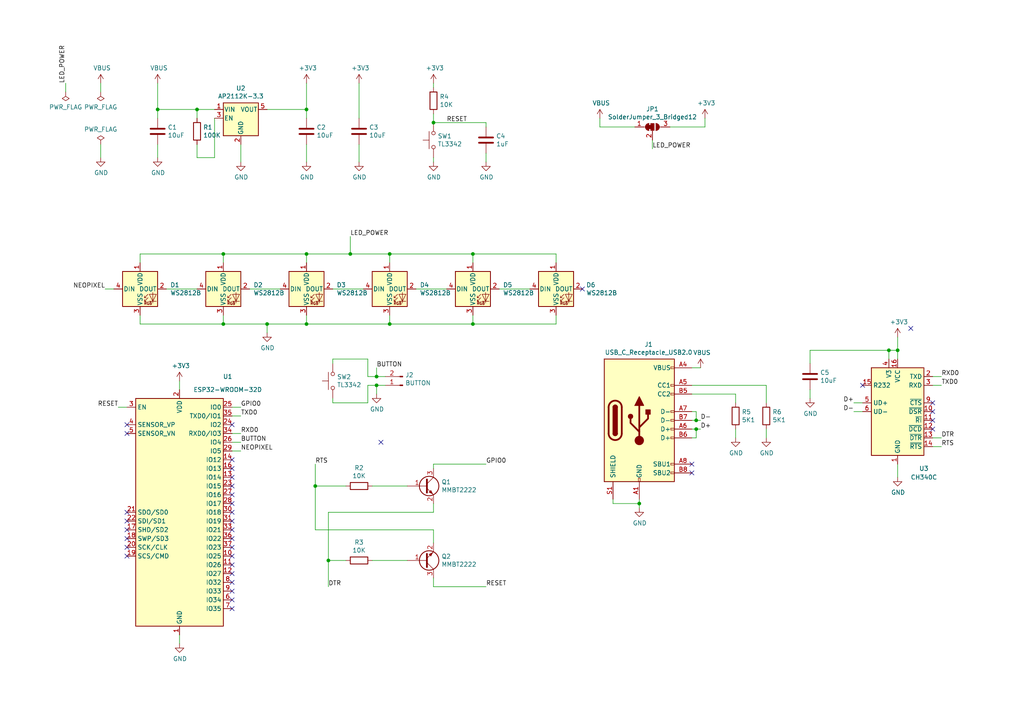
<source format=kicad_sch>
(kicad_sch (version 20211123) (generator eeschema)
  (paper "A4")
  (title_block (title "SmartishNight") (date "2020-11-03") (rev "1.2"))
  (lib_symbols
    (symbol "Connector:Conn_01x02_Male" (pin_names (offset 1.016) hide)
      (property "Reference" "J" (at 0 2.54 0))
      (property "Value" "Conn_01x02_Male" (at 0 -5.08 0))
      (symbol "Conn_01x02_Male_1_1"
        (polyline (pts (xy 1.27 -2.54) (xy 0.8636 -2.54)) (stroke (width 0.1524)))
        (polyline (pts (xy 1.27 0) (xy 0.8636 0)) (stroke (width 0.1524)))
        (rectangle (start 0.8636 -2.413) (end 0 -2.667) (stroke (width 0.1524)) (fill (type outline)))
        (rectangle (start 0.8636 0.127) (end 0 -0.127) (stroke (width 0.1524)) (fill (type outline)))
        (pin passive line (at 5.08 0 180) (length 3.81) (name "Pin_1") (number "1"))
        (pin passive line (at 5.08 -2.54 180) (length 3.81) (name "Pin_2") (number "2"))
      )
    )
    (symbol "Connector:USB_C_Receptacle_USB2.0" (pin_names (offset 1.016))
      (property "Reference" "J" (at -10.16 19.05 0))
      (property "Value" "USB_C_Receptacle_USB2.0" (at 19.05 19.05 0))
      (symbol "USB_C_Receptacle_USB2.0_0_0"
        (rectangle (start -0.254 -17.78) (end 0.254 -16.764))
        (rectangle (start 10.16 -14.986) (end 9.144 -15.494))
        (rectangle (start 10.16 -12.446) (end 9.144 -12.954))
        (rectangle (start 10.16 -4.826) (end 9.144 -5.334))
        (rectangle (start 10.16 -2.286) (end 9.144 -2.794))
        (rectangle (start 10.16 0.254) (end 9.144 -0.254))
        (rectangle (start 10.16 2.794) (end 9.144 2.286))
        (rectangle (start 10.16 7.874) (end 9.144 7.366))
        (rectangle (start 10.16 10.414) (end 9.144 9.906))
        (rectangle (start 10.16 15.494) (end 9.144 14.986))
      )
      (symbol "USB_C_Receptacle_USB2.0_0_1"
        (rectangle (start -10.16 17.78) (end 10.16 -17.78) (stroke (width 0.254)) (fill (type background)))
        (arc (start -8.89 -3.81) (mid -6.985 -5.715) (end -5.08 -3.81) (stroke (width 0.508)))
        (arc (start -7.62 -3.81) (mid -6.985 -4.445) (end -6.35 -3.81) (stroke (width 0.254)))
        (arc (start -7.62 -3.81) (mid -6.985 -4.445) (end -6.35 -3.81) (stroke (width 0.254)) (fill (type outline)))
        (rectangle (start -7.62 -3.81) (end -6.35 3.81) (stroke (width 0.254)) (fill (type outline)))
        (arc (start -6.35 3.81) (mid -6.985 4.445) (end -7.62 3.81) (stroke (width 0.254)))
        (arc (start -6.35 3.81) (mid -6.985 4.445) (end -7.62 3.81) (stroke (width 0.254)) (fill (type outline)))
        (arc (start -5.08 3.81) (mid -6.985 5.715) (end -8.89 3.81) (stroke (width 0.508)))
        (circle (center -2.54 1.143) (radius 0.635) (stroke (width 0.254)) (fill (type outline)))
        (circle (center 0 -5.842) (radius 1.27) (fill (type outline)))
        (polyline (pts (xy -8.89 -3.81) (xy -8.89 3.81)) (stroke (width 0.508)))
        (polyline (pts (xy -5.08 3.81) (xy -5.08 -3.81)) (stroke (width 0.508)))
        (polyline (pts (xy 0 -5.842) (xy 0 4.318)) (stroke (width 0.508)))
        (polyline (pts (xy 0 -3.302) (xy -2.54 -0.762) (xy -2.54 0.508)) (stroke (width 0.508)))
        (polyline (pts (xy 0 -2.032) (xy 2.54 0.508) (xy 2.54 1.778)) (stroke (width 0.508)))
        (polyline (pts (xy -1.27 4.318) (xy 0 6.858) (xy 1.27 4.318) (xy -1.27 4.318)) (stroke (width 0.254)) (fill (type outline)))
        (rectangle (start 1.905 1.778) (end 3.175 3.048) (stroke (width 0.254)) (fill (type outline)))
      )
      (symbol "USB_C_Receptacle_USB2.0_1_1"
        (pin passive line (at 0 -22.86 90) (length 5.08) (name "GND") (number "A1"))
        (pin passive line (at 0 -22.86 90) (length 5.08) hide (name "GND") (number "A12"))
        (pin passive line (at 15.24 15.24 180) (length 5.08) (name "VBUS") (number "A4"))
        (pin bidirectional line (at 15.24 10.16 180) (length 5.08) (name "CC1") (number "A5"))
        (pin bidirectional line (at 15.24 -2.54 180) (length 5.08) (name "D+") (number "A6"))
        (pin bidirectional line (at 15.24 2.54 180) (length 5.08) (name "D-") (number "A7"))
        (pin bidirectional line (at 15.24 -12.7 180) (length 5.08) (name "SBU1") (number "A8"))
        (pin passive line (at 15.24 15.24 180) (length 5.08) hide (name "VBUS") (number "A9"))
        (pin passive line (at 0 -22.86 90) (length 5.08) hide (name "GND") (number "B1"))
        (pin passive line (at 0 -22.86 90) (length 5.08) hide (name "GND") (number "B12"))
        (pin passive line (at 15.24 15.24 180) (length 5.08) hide (name "VBUS") (number "B4"))
        (pin bidirectional line (at 15.24 7.62 180) (length 5.08) (name "CC2") (number "B5"))
        (pin bidirectional line (at 15.24 -5.08 180) (length 5.08) (name "D+") (number "B6"))
        (pin bidirectional line (at 15.24 0 180) (length 5.08) (name "D-") (number "B7"))
        (pin bidirectional line (at 15.24 -15.24 180) (length 5.08) (name "SBU2") (number "B8"))
        (pin passive line (at 15.24 15.24 180) (length 5.08) hide (name "VBUS") (number "B9"))
        (pin passive line (at -7.62 -22.86 90) (length 5.08) (name "SHIELD") (number "S1"))
      )
    )
    (symbol "Device:C" (pin_numbers hide) (pin_names (offset 0.254))
      (property "Reference" "C" (at 0.635 2.54 0))
      (property "Value" "C" (at 0.635 -2.54 0))
      (symbol "C_0_1"
        (polyline (pts (xy -2.032 -0.762) (xy 2.032 -0.762)) (stroke (width 0.508)))
        (polyline (pts (xy -2.032 0.762) (xy 2.032 0.762)) (stroke (width 0.508)))
      )
      (symbol "C_1_1"
        (pin passive line (at 0 3.81 270) (length 2.794) (name "~") (number "1"))
        (pin passive line (at 0 -3.81 90) (length 2.794) (name "~") (number "2"))
      )
    )
    (symbol "Device:R" (pin_numbers hide) (pin_names (offset 0))
      (property "Reference" "R" (at 2.032 0 90))
      (property "Value" "R" (at 0 0 90))
      (symbol "R_0_1"
        (rectangle (start -1.016 -2.54) (end 1.016 2.54) (stroke (width 0.254)))
      )
      (symbol "R_1_1"
        (pin passive line (at 0 3.81 270) (length 1.27) (name "~") (number "1"))
        (pin passive line (at 0 -3.81 90) (length 1.27) (name "~") (number "2"))
      )
    )
    (symbol "Interface_USB:CH340C"
      (property "Reference" "U" (at -5.08 13.97 0))
      (property "Value" "CH340C" (at 1.27 13.97 0))
      (symbol "CH340C_0_1"
        (rectangle (start -7.62 12.7) (end 7.62 -12.7) (stroke (width 0.254)) (fill (type background)))
      )
      (symbol "CH340C_1_1"
        (pin power_in line (at 0 -15.24 90) (length 2.54) (name "GND") (number "1"))
        (pin input line (at 10.16 0 180) (length 2.54) (name "~{DSR}") (number "10"))
        (pin input line (at 10.16 -2.54 180) (length 2.54) (name "~{RI}") (number "11"))
        (pin input line (at 10.16 -5.08 180) (length 2.54) (name "~{DCD}") (number "12"))
        (pin output line (at 10.16 -7.62 180) (length 2.54) (name "~{DTR}") (number "13"))
        (pin output line (at 10.16 -10.16 180) (length 2.54) (name "~{RTS}") (number "14"))
        (pin input line (at -10.16 7.62 0) (length 2.54) (name "R232") (number "15"))
        (pin power_in line (at 0 15.24 270) (length 2.54) (name "VCC") (number "16"))
        (pin output line (at 10.16 10.16 180) (length 2.54) (name "TXD") (number "2"))
        (pin input line (at 10.16 7.62 180) (length 2.54) (name "RXD") (number "3"))
        (pin passive line (at -2.54 15.24 270) (length 2.54) (name "V3") (number "4"))
        (pin bidirectional line (at -10.16 2.54 0) (length 2.54) (name "UD+") (number "5"))
        (pin bidirectional line (at -10.16 0 0) (length 2.54) (name "UD-") (number "6"))
        (pin no_connect line (at -7.62 -7.62 0) (length 2.54) hide (name "NC") (number "7"))
        (pin no_connect line (at -7.62 -10.16 0) (length 2.54) hide (name "NC") (number "8"))
        (pin input line (at 10.16 2.54 180) (length 2.54) (name "~{CTS}") (number "9"))
      )
    )
    (symbol "LED:WS2812B" (pin_names (offset 0.254))
      (property "Reference" "D" (at 5.08 5.715 0))
      (property "Value" "WS2812B" (at 1.27 -5.715 0))
      (symbol "WS2812B_0_0"
        (text "RGB" (at 2.286 -4.191 0) (effects (font (size 0.762 0.762))))
      )
      (symbol "WS2812B_0_1"
        (polyline (pts (xy 1.27 -3.556) (xy 1.778 -3.556)))
        (polyline (pts (xy 1.27 -2.54) (xy 1.778 -2.54)))
        (polyline (pts (xy 4.699 -3.556) (xy 2.667 -3.556)))
        (polyline (pts (xy 2.286 -2.54) (xy 1.27 -3.556) (xy 1.27 -3.048)))
        (polyline (pts (xy 2.286 -1.524) (xy 1.27 -2.54) (xy 1.27 -2.032)))
        (polyline (pts (xy 3.683 -1.016) (xy 3.683 -3.556) (xy 3.683 -4.064)))
        (polyline (pts (xy 4.699 -1.524) (xy 2.667 -1.524) (xy 3.683 -3.556) (xy 4.699 -1.524)))
        (rectangle (start 5.08 5.08) (end -5.08 -5.08) (stroke (width 0.254)) (fill (type background)))
      )
      (symbol "WS2812B_1_1"
        (pin power_in line (at 0 7.62 270) (length 2.54) (name "VDD") (number "1"))
        (pin output line (at 7.62 0 180) (length 2.54) (name "DOUT") (number "2"))
        (pin power_in line (at 0 -7.62 90) (length 2.54) (name "VSS") (number "3"))
        (pin input line (at -7.62 0 0) (length 2.54) (name "DIN") (number "4"))
      )
    )
    (symbol "NightLight_ESP32-rescue:SolderJumper_3_Bridged12-Jumper" (pin_names (offset 0) hide)
      (property "Reference" "JP" (at -2.54 -2.54 0))
      (property "Value" "SolderJumper_3_Bridged12-Jumper" (at 0 2.794 0))
      (symbol "SolderJumper_3_Bridged12-Jumper_0_1"
        (rectangle (start -1.016 0.508) (end -0.508 -0.508) (fill (type outline)))
        (arc (start -1.016 1.016) (mid -2.032 0) (end -1.016 -1.016))
        (arc (start -1.016 1.016) (mid -2.032 0) (end -1.016 -1.016) (fill (type outline)))
        (rectangle (start -0.508 1.016) (end 0.508 -1.016) (fill (type outline)))
        (polyline (pts (xy -2.54 0) (xy -2.032 0)))
        (polyline (pts (xy -1.016 1.016) (xy -1.016 -1.016)))
        (polyline (pts (xy 0 -1.27) (xy 0 -1.016)))
        (polyline (pts (xy 1.016 1.016) (xy 1.016 -1.016)))
        (polyline (pts (xy 2.54 0) (xy 2.032 0)))
        (arc (start 1.016 -1.016) (mid 2.032 0) (end 1.016 1.016))
        (arc (start 1.016 -1.016) (mid 2.032 0) (end 1.016 1.016) (fill (type outline)))
      )
      (symbol "SolderJumper_3_Bridged12-Jumper_1_1"
        (pin passive line (at -5.08 0 0) (length 2.54) (name "A") (number "1"))
        (pin input line (at 0 -3.81 90) (length 2.54) (name "C") (number "2"))
        (pin passive line (at 5.08 0 180) (length 2.54) (name "B") (number "3"))
      )
    )
    (symbol "RF_Module:ESP32-WROOM-32D"
      (property "Reference" "U" (at -12.7 34.29 0))
      (property "Value" "ESP32-WROOM-32D" (at 1.27 34.29 0))
      (symbol "ESP32-WROOM-32D_0_1"
        (rectangle (start -12.7 33.02) (end 12.7 -33.02) (stroke (width 0.254)) (fill (type background)))
      )
      (symbol "ESP32-WROOM-32D_1_1"
        (pin power_in line (at 0 -35.56 90) (length 2.54) (name "GND") (number "1"))
        (pin bidirectional line (at 15.24 -12.7 180) (length 2.54) (name "IO25") (number "10"))
        (pin bidirectional line (at 15.24 -15.24 180) (length 2.54) (name "IO26") (number "11"))
        (pin bidirectional line (at 15.24 -17.78 180) (length 2.54) (name "IO27") (number "12"))
        (pin bidirectional line (at 15.24 10.16 180) (length 2.54) (name "IO14") (number "13"))
        (pin bidirectional line (at 15.24 15.24 180) (length 2.54) (name "IO12") (number "14"))
        (pin passive line (at 0 -35.56 90) (length 2.54) hide (name "GND") (number "15"))
        (pin bidirectional line (at 15.24 12.7 180) (length 2.54) (name "IO13") (number "16"))
        (pin bidirectional line (at -15.24 -5.08 0) (length 2.54) (name "SHD/SD2") (number "17"))
        (pin bidirectional line (at -15.24 -7.62 0) (length 2.54) (name "SWP/SD3") (number "18"))
        (pin bidirectional line (at -15.24 -12.7 0) (length 2.54) (name "SCS/CMD") (number "19"))
        (pin power_in line (at 0 35.56 270) (length 2.54) (name "VDD") (number "2"))
        (pin bidirectional line (at -15.24 -10.16 0) (length 2.54) (name "SCK/CLK") (number "20"))
        (pin bidirectional line (at -15.24 0 0) (length 2.54) (name "SDO/SD0") (number "21"))
        (pin bidirectional line (at -15.24 -2.54 0) (length 2.54) (name "SDI/SD1") (number "22"))
        (pin bidirectional line (at 15.24 7.62 180) (length 2.54) (name "IO15") (number "23"))
        (pin bidirectional line (at 15.24 25.4 180) (length 2.54) (name "IO2") (number "24"))
        (pin bidirectional line (at 15.24 30.48 180) (length 2.54) (name "IO0") (number "25"))
        (pin bidirectional line (at 15.24 20.32 180) (length 2.54) (name "IO4") (number "26"))
        (pin bidirectional line (at 15.24 5.08 180) (length 2.54) (name "IO16") (number "27"))
        (pin bidirectional line (at 15.24 2.54 180) (length 2.54) (name "IO17") (number "28"))
        (pin bidirectional line (at 15.24 17.78 180) (length 2.54) (name "IO5") (number "29"))
        (pin input line (at -15.24 30.48 0) (length 2.54) (name "EN") (number "3"))
        (pin bidirectional line (at 15.24 0 180) (length 2.54) (name "IO18") (number "30"))
        (pin bidirectional line (at 15.24 -2.54 180) (length 2.54) (name "IO19") (number "31"))
        (pin no_connect line (at -12.7 -27.94 0) (length 2.54) hide (name "NC") (number "32"))
        (pin bidirectional line (at 15.24 -5.08 180) (length 2.54) (name "IO21") (number "33"))
        (pin bidirectional line (at 15.24 22.86 180) (length 2.54) (name "RXD0/IO3") (number "34"))
        (pin bidirectional line (at 15.24 27.94 180) (length 2.54) (name "TXD0/IO1") (number "35"))
        (pin bidirectional line (at 15.24 -7.62 180) (length 2.54) (name "IO22") (number "36"))
        (pin bidirectional line (at 15.24 -10.16 180) (length 2.54) (name "IO23") (number "37"))
        (pin passive line (at 0 -35.56 90) (length 2.54) hide (name "GND") (number "38"))
        (pin passive line (at 0 -35.56 90) (length 2.54) hide (name "GND") (number "39"))
        (pin input line (at -15.24 25.4 0) (length 2.54) (name "SENSOR_VP") (number "4"))
        (pin input line (at -15.24 22.86 0) (length 2.54) (name "SENSOR_VN") (number "5"))
        (pin input line (at 15.24 -25.4 180) (length 2.54) (name "IO34") (number "6"))
        (pin input line (at 15.24 -27.94 180) (length 2.54) (name "IO35") (number "7"))
        (pin bidirectional line (at 15.24 -20.32 180) (length 2.54) (name "IO32") (number "8"))
        (pin bidirectional line (at 15.24 -22.86 180) (length 2.54) (name "IO33") (number "9"))
      )
    )
    (symbol "Regulator_Linear:AP2112K-3.3" (pin_names (offset 0.254))
      (property "Reference" "U" (at -5.08 5.715 0))
      (property "Value" "AP2112K-3.3" (at 0 5.715 0))
      (symbol "AP2112K-3.3_0_1"
        (rectangle (start -5.08 4.445) (end 5.08 -5.08) (stroke (width 0.254)) (fill (type background)))
      )
      (symbol "AP2112K-3.3_1_1"
        (pin power_in line (at -7.62 2.54 0) (length 2.54) (name "VIN") (number "1"))
        (pin power_in line (at 0 -7.62 90) (length 2.54) (name "GND") (number "2"))
        (pin input line (at -7.62 0 0) (length 2.54) (name "EN") (number "3"))
        (pin no_connect line (at 5.08 0 180) (length 2.54) hide (name "NC") (number "4"))
        (pin power_out line (at 7.62 2.54 180) (length 2.54) (name "VOUT") (number "5"))
      )
    )
    (symbol "Switch:SW_Push" (pin_numbers hide) (pin_names (offset 1.016) hide)
      (property "Reference" "SW" (at 1.27 2.54 0))
      (property "Value" "SW_Push" (at 0 -1.524 0))
      (symbol "SW_Push_0_1"
        (circle (center -2.032 0) (radius 0.508))
        (polyline (pts (xy 0 1.27) (xy 0 3.048)))
        (polyline (pts (xy 2.54 1.27) (xy -2.54 1.27)))
        (circle (center 2.032 0) (radius 0.508))
        (pin passive line (at -5.08 0 0) (length 2.54) (name "1") (number "1"))
        (pin passive line (at 5.08 0 180) (length 2.54) (name "2") (number "2"))
      )
    )
    (symbol "Transistor_BJT:MMBT3904" (pin_names (offset 0) hide)
      (property "Reference" "Q" (at 5.08 1.905 0))
      (property "Value" "MMBT3904" (at 5.08 0 0))
      (symbol "MMBT3904_0_1"
        (polyline (pts (xy 0.635 0.635) (xy 2.54 2.54)))
        (polyline (pts (xy 0.635 -0.635) (xy 2.54 -2.54) (xy 2.54 -2.54)))
        (polyline (pts (xy 0.635 1.905) (xy 0.635 -1.905) (xy 0.635 -1.905)) (stroke (width 0.508)))
        (polyline (pts (xy 1.27 -1.778) (xy 1.778 -1.27) (xy 2.286 -2.286) (xy 1.27 -1.778) (xy 1.27 -1.778)) (fill (type outline)))
        (circle (center 1.27 0) (radius 2.8194) (stroke (width 0.254)))
      )
      (symbol "MMBT3904_1_1"
        (pin input line (at -5.08 0 0) (length 5.715) (name "B") (number "1"))
        (pin passive line (at 2.54 -5.08 90) (length 2.54) (name "E") (number "2"))
        (pin passive line (at 2.54 5.08 270) (length 2.54) (name "C") (number "3"))
      )
    )
    (symbol "power:+3V3" (power) (pin_names (offset 0))
      (property "Value" "+3V3" (at 0 3.556 0))
      (symbol "+3V3_0_1"
        (polyline (pts (xy -0.762 1.27) (xy 0 2.54)))
        (polyline (pts (xy 0 0) (xy 0 2.54)))
        (polyline (pts (xy 0 2.54) (xy 0.762 1.27)))
      )
      (symbol "+3V3_1_1"
        (pin power_in line (at 0 0 90) (length 0) hide (name "+3V3") (number "1"))
      )
    )
    (symbol "power:GND" (power) (pin_names (offset 0))
      (property "Value" "GND" (at 0 -3.81 0))
      (symbol "GND_0_1"
        (polyline (pts (xy 0 0) (xy 0 -1.27) (xy 1.27 -1.27) (xy 0 -2.54) (xy -1.27 -1.27) (xy 0 -1.27)))
      )
      (symbol "GND_1_1"
        (pin power_in line (at 0 0 270) (length 0) hide (name "GND") (number "1"))
      )
    )
    (symbol "power:PWR_FLAG" (power) (pin_numbers hide) (pin_names (offset 0) hide)
      (property "Value" "PWR_FLAG" (at 0 3.81 0))
      (symbol "PWR_FLAG_0_0"
        (pin power_out line (at 0 0 90) (length 0) (name "pwr") (number "1"))
      )
      (symbol "PWR_FLAG_0_1"
        (polyline (pts (xy 0 0) (xy 0 1.27) (xy -1.016 1.905) (xy 0 2.54) (xy 1.016 1.905) (xy 0 1.27)))
      )
    )
    (symbol "power:VBUS" (power) (pin_names (offset 0))
      (property "Value" "VBUS" (at 0 3.81 0))
      (symbol "VBUS_0_1"
        (polyline (pts (xy -0.762 1.27) (xy 0 2.54)))
        (polyline (pts (xy 0 0) (xy 0 2.54)))
        (polyline (pts (xy 0 2.54) (xy 0.762 1.27)))
      )
      (symbol "VBUS_1_1"
        (pin power_in line (at 0 0 90) (length 0) hide (name "VBUS") (number "1"))
      )
    )
  )
  (junction (at 88.9 93.98))
  (junction (at 95.25 162.56))
  (junction (at 201.93 121.92))
  (junction (at 257.81 101.6))
  (junction (at 113.03 93.98))
  (junction (at 77.47 93.98))
  (junction (at 113.03 73.66))
  (junction (at 64.77 93.98))
  (junction (at 109.22 109.22))
  (junction (at 125.73 35.56))
  (junction (at 185.42 146.05))
  (junction (at 137.16 73.66))
  (junction (at 91.44 140.97))
  (junction (at 260.35 101.6))
  (junction (at 57.15 31.75))
  (junction (at 88.9 31.75))
  (junction (at 201.93 124.46))
  (junction (at 101.6 73.66))
  (junction (at 88.9 73.66))
  (junction (at 45.72 31.75))
  (junction (at 109.22 111.76))
  (junction (at 137.16 93.98))
  (junction (at 64.77 73.66))
  (no_connect (at 67.31 176.53))
  (no_connect (at 67.31 151.13))
  (no_connect (at 270.51 121.92))
  (no_connect (at 67.31 146.05))
  (no_connect (at 67.31 163.83))
  (no_connect (at 270.51 116.84))
  (no_connect (at 67.31 168.91))
  (no_connect (at 270.51 124.46))
  (no_connect (at 67.31 161.29))
  (no_connect (at 264.16 95.25))
  (no_connect (at 36.83 156.21))
  (no_connect (at 200.66 134.62))
  (no_connect (at 67.31 173.99))
  (no_connect (at 36.83 158.75))
  (no_connect (at 110.49 128.27))
  (no_connect (at 250.19 111.76))
  (no_connect (at 67.31 138.43))
  (no_connect (at 36.83 148.59))
  (no_connect (at 200.66 137.16))
  (no_connect (at 67.31 158.75))
  (no_connect (at 36.83 161.29))
  (no_connect (at 36.83 153.67))
  (no_connect (at 67.31 143.51))
  (no_connect (at 270.51 119.38))
  (no_connect (at 67.31 153.67))
  (no_connect (at 36.83 125.73))
  (no_connect (at 67.31 171.45))
  (no_connect (at 67.31 133.35))
  (no_connect (at 67.31 123.19))
  (no_connect (at 67.31 135.89))
  (no_connect (at 67.31 166.37))
  (no_connect (at 67.31 140.97))
  (no_connect (at 168.91 83.82))
  (no_connect (at 67.31 156.21))
  (no_connect (at 67.31 148.59))
  (no_connect (at 36.83 123.19))
  (no_connect (at 36.83 151.13))
  (wire (pts (xy 107.95 162.56) (xy 118.11 162.56)))
  (wire (pts (xy 137.16 91.44) (xy 137.16 93.98)))
  (wire (pts (xy 125.73 46.99) (xy 125.73 45.72)))
  (wire (pts (xy 57.15 31.75) (xy 45.72 31.75)))
  (wire (pts (xy 69.85 128.27) (xy 67.31 128.27)))
  (wire (pts (xy 40.64 76.2) (xy 40.64 73.66)))
  (wire (pts (xy 189.23 43.18) (xy 189.23 40.64)))
  (wire (pts (xy 62.23 34.29) (xy 62.23 45.72)))
  (wire (pts (xy 113.03 73.66) (xy 113.03 76.2)))
  (wire (pts (xy 88.9 93.98) (xy 88.9 91.44)))
  (wire (pts (xy 213.36 124.46) (xy 213.36 127)))
  (wire (pts (xy 222.25 124.46) (xy 222.25 127)))
  (wire (pts (xy 204.47 36.83) (xy 204.47 34.29)))
  (wire (pts (xy 69.85 125.73) (xy 67.31 125.73)))
  (wire (pts (xy 173.99 34.29) (xy 173.99 36.83)))
  (wire (pts (xy 161.29 93.98) (xy 161.29 91.44)))
  (wire (pts (xy 48.26 83.82) (xy 57.15 83.82)))
  (wire (pts (xy 140.97 36.83) (xy 140.97 35.56)))
  (wire (pts (xy 125.73 25.4) (xy 125.73 24.13)))
  (wire (pts (xy 203.2 106.68) (xy 200.66 106.68)))
  (wire (pts (xy 91.44 140.97) (xy 91.44 153.67)))
  (wire (pts (xy 109.22 114.3) (xy 109.22 111.76)))
  (wire (pts (xy 45.72 34.29) (xy 45.72 31.75)))
  (wire (pts (xy 91.44 153.67) (xy 125.73 153.67)))
  (wire (pts (xy 88.9 31.75) (xy 88.9 34.29)))
  (wire (pts (xy 270.51 127) (xy 273.05 127)))
  (wire (pts (xy 201.93 119.38) (xy 201.93 121.92)))
  (wire (pts (xy 67.31 130.81) (xy 69.85 130.81)))
  (wire (pts (xy 29.21 26.67) (xy 29.21 24.13)))
  (wire (pts (xy 234.95 101.6) (xy 234.95 105.41)))
  (wire (pts (xy 40.64 73.66) (xy 64.77 73.66)))
  (wire (pts (xy 125.73 148.59) (xy 125.73 146.05)))
  (wire (pts (xy 125.73 35.56) (xy 125.73 33.02)))
  (wire (pts (xy 234.95 113.03) (xy 234.95 115.57)))
  (wire (pts (xy 95.25 148.59) (xy 125.73 148.59)))
  (wire (pts (xy 62.23 31.75) (xy 57.15 31.75)))
  (wire (pts (xy 106.68 104.14) (xy 96.52 104.14)))
  (wire (pts (xy 106.68 111.76) (xy 106.68 116.84)))
  (wire (pts (xy 185.42 146.05) (xy 185.42 147.32)))
  (wire (pts (xy 95.25 170.18) (xy 95.25 162.56)))
  (wire (pts (xy 91.44 134.62) (xy 91.44 140.97)))
  (wire (pts (xy 104.14 41.91) (xy 104.14 46.99)))
  (wire (pts (xy 118.11 140.97) (xy 107.95 140.97)))
  (wire (pts (xy 45.72 31.75) (xy 45.72 24.13)))
  (wire (pts (xy 250.19 116.84) (xy 247.65 116.84)))
  (wire (pts (xy 96.52 116.84) (xy 96.52 115.57)))
  (wire (pts (xy 111.76 109.22) (xy 109.22 109.22)))
  (wire (pts (xy 273.05 129.54) (xy 270.51 129.54)))
  (wire (pts (xy 234.95 101.6) (xy 257.81 101.6)))
  (wire (pts (xy 260.35 101.6) (xy 260.35 104.14)))
  (wire (pts (xy 125.73 167.64) (xy 125.73 170.18)))
  (wire (pts (xy 200.66 114.3) (xy 213.36 114.3)))
  (wire (pts (xy 109.22 111.76) (xy 106.68 111.76)))
  (wire (pts (xy 257.81 104.14) (xy 257.81 101.6)))
  (wire (pts (xy 200.66 119.38) (xy 201.93 119.38)))
  (wire (pts (xy 213.36 114.3) (xy 213.36 116.84)))
  (wire (pts (xy 177.8 146.05) (xy 185.42 146.05)))
  (wire (pts (xy 96.52 104.14) (xy 96.52 105.41)))
  (wire (pts (xy 40.64 93.98) (xy 64.77 93.98)))
  (wire (pts (xy 52.07 110.49) (xy 52.07 113.03)))
  (wire (pts (xy 140.97 46.99) (xy 140.97 44.45)))
  (wire (pts (xy 161.29 73.66) (xy 137.16 73.66)))
  (wire (pts (xy 109.22 109.22) (xy 109.22 106.68)))
  (wire (pts (xy 101.6 73.66) (xy 113.03 73.66)))
  (wire (pts (xy 200.66 127) (xy 201.93 127)))
  (wire (pts (xy 200.66 124.46) (xy 201.93 124.46)))
  (wire (pts (xy 106.68 116.84) (xy 96.52 116.84)))
  (wire (pts (xy 72.39 83.82) (xy 81.28 83.82)))
  (wire (pts (xy 77.47 93.98) (xy 88.9 93.98)))
  (wire (pts (xy 113.03 93.98) (xy 113.03 91.44)))
  (wire (pts (xy 88.9 93.98) (xy 113.03 93.98)))
  (wire (pts (xy 125.73 135.89) (xy 125.73 134.62)))
  (wire (pts (xy 194.31 36.83) (xy 204.47 36.83)))
  (wire (pts (xy 260.35 134.62) (xy 260.35 138.43)))
  (wire (pts (xy 120.65 83.82) (xy 129.54 83.82)))
  (wire (pts (xy 91.44 140.97) (xy 100.33 140.97)))
  (wire (pts (xy 247.65 119.38) (xy 250.19 119.38)))
  (wire (pts (xy 270.51 109.22) (xy 273.05 109.22)))
  (wire (pts (xy 77.47 31.75) (xy 88.9 31.75)))
  (wire (pts (xy 69.85 41.91) (xy 69.85 46.99)))
  (wire (pts (xy 45.72 45.72) (xy 45.72 41.91)))
  (wire (pts (xy 109.22 111.76) (xy 111.76 111.76)))
  (wire (pts (xy 34.29 118.11) (xy 36.83 118.11)))
  (wire (pts (xy 64.77 93.98) (xy 77.47 93.98)))
  (wire (pts (xy 64.77 73.66) (xy 64.77 76.2)))
  (wire (pts (xy 67.31 120.65) (xy 69.85 120.65)))
  (wire (pts (xy 260.35 97.79) (xy 260.35 101.6)))
  (wire (pts (xy 201.93 127) (xy 201.93 124.46)))
  (wire (pts (xy 161.29 76.2) (xy 161.29 73.66)))
  (wire (pts (xy 19.05 24.13) (xy 19.05 26.67)))
  (wire (pts (xy 173.99 36.83) (xy 184.15 36.83)))
  (wire (pts (xy 101.6 68.58) (xy 101.6 73.66)))
  (wire (pts (xy 222.25 111.76) (xy 200.66 111.76)))
  (wire (pts (xy 57.15 45.72) (xy 57.15 41.91)))
  (wire (pts (xy 62.23 45.72) (xy 57.15 45.72)))
  (wire (pts (xy 67.31 118.11) (xy 69.85 118.11)))
  (wire (pts (xy 88.9 73.66) (xy 101.6 73.66)))
  (wire (pts (xy 201.93 121.92) (xy 200.66 121.92)))
  (wire (pts (xy 125.73 35.56) (xy 140.97 35.56)))
  (wire (pts (xy 95.25 162.56) (xy 95.25 148.59)))
  (wire (pts (xy 125.73 170.18) (xy 140.97 170.18)))
  (wire (pts (xy 77.47 93.98) (xy 77.47 96.52)))
  (wire (pts (xy 257.81 101.6) (xy 260.35 101.6)))
  (wire (pts (xy 273.05 111.76) (xy 270.51 111.76)))
  (wire (pts (xy 64.77 73.66) (xy 88.9 73.66)))
  (wire (pts (xy 88.9 24.13) (xy 88.9 31.75)))
  (wire (pts (xy 96.52 83.82) (xy 105.41 83.82)))
  (wire (pts (xy 95.25 162.56) (xy 100.33 162.56)))
  (wire (pts (xy 177.8 144.78) (xy 177.8 146.05)))
  (wire (pts (xy 109.22 109.22) (xy 106.68 109.22)))
  (wire (pts (xy 137.16 73.66) (xy 113.03 73.66)))
  (wire (pts (xy 125.73 153.67) (xy 125.73 157.48)))
  (wire (pts (xy 57.15 34.29) (xy 57.15 31.75)))
  (wire (pts (xy 222.25 116.84) (xy 222.25 111.76)))
  (wire (pts (xy 137.16 76.2) (xy 137.16 73.66)))
  (wire (pts (xy 88.9 41.91) (xy 88.9 46.99)))
  (wire (pts (xy 106.68 109.22) (xy 106.68 104.14)))
  (wire (pts (xy 52.07 186.69) (xy 52.07 184.15)))
  (wire (pts (xy 104.14 24.13) (xy 104.14 34.29)))
  (wire (pts (xy 137.16 93.98) (xy 161.29 93.98)))
  (wire (pts (xy 185.42 144.78) (xy 185.42 146.05)))
  (wire (pts (xy 64.77 93.98) (xy 64.77 91.44)))
  (wire (pts (xy 144.78 83.82) (xy 153.67 83.82)))
  (wire (pts (xy 203.2 121.92) (xy 201.93 121.92)))
  (wire (pts (xy 113.03 93.98) (xy 137.16 93.98)))
  (wire (pts (xy 125.73 134.62) (xy 140.97 134.62)))
  (wire (pts (xy 40.64 91.44) (xy 40.64 93.98)))
  (wire (pts (xy 29.21 41.91) (xy 29.21 45.72)))
  (wire (pts (xy 201.93 124.46) (xy 203.2 124.46)))
  (wire (pts (xy 30.48 83.82) (xy 33.02 83.82)))
  (wire (pts (xy 88.9 73.66) (xy 88.9 76.2)))
  (label "RESET" (at 34.29 118.11 180))
  (label "NEOPIXEL" (at 69.85 130.81 0))
  (label "LED_POWER" (at 101.6 68.58 0))
  (label "RTS" (at 91.44 134.62 0))
  (label "RXD0" (at 69.85 125.73 0))
  (label "D-" (at 247.65 119.38 180))
  (label "GPIO0" (at 69.85 118.11 0))
  (label "D-" (at 203.2 121.92 0))
  (label "TXD0" (at 69.85 120.65 0))
  (label "RTS" (at 273.05 129.54 0))
  (label "BUTTON" (at 109.22 106.68 0))
  (label "GPIO0" (at 140.97 134.62 0))
  (label "D+" (at 203.2 124.46 0))
  (label "NEOPIXEL" (at 30.48 83.82 180))
  (label "RXD0" (at 273.05 109.22 0))
  (label "RESET" (at 140.97 170.18 0))
  (label "TXD0" (at 273.05 111.76 0))
  (label "DTR" (at 95.25 170.18 0))
  (label "BUTTON" (at 69.85 128.27 0))
  (label "DTR" (at 273.05 127 0))
  (label "RESET" (at 129.54 35.56 0))
  (label "LED_POWER" (at 19.05 24.13 90))
  (label "LED_POWER" (at 189.23 43.18 0))
  (label "D+" (at 247.65 116.84 180))
  (symbol (lib_id "RF_Module:ESP32-WROOM-32D") (at 52.07 148.59 0) (unit 1)
    (property "Reference" "U1" (at 66.04 109.22 0))
    (property "Value" "ESP32-WROOM-32D" (at 66.04 113.03 0))
    (property "Footprint" "RF_Module:ESP32-WROOM-32" (effects hide))
    (property "Datasheet" "https://www.espressif.com/sites/default/files/documentation/esp32-wroom-32d_esp32-wroom-32u_datasheet_en.pdf" (effects hide))
    (property "LCSC" "C473012" (effects hide))
    (property "JLCPCB_CORRECTION" "0;-3;270" (effects hide))
  )
  (symbol (lib_id "Device:R") (at 125.73 29.21 0) (unit 1)
    (property "Reference" "R4" (at 127.508 28.0416 0) (effects (justify left)))
    (property "Value" "10K" (at 127.508 30.353 0) (effects (justify left)))
    (property "Footprint" "Resistor_SMD:R_0805_2012Metric" (effects hide))
    (property "LCSC" "C17414" (effects hide))
  )
  (symbol (lib_id "power:+3V3") (at 125.73 24.13 0) (unit 1)
    (property "Reference" "#PWR0101" (effects hide))
    (property "Value" "+3V3" (at 126.111 19.7358 0))
  )
  (symbol (lib_id "power:GND") (at 125.73 46.99 0) (unit 1)
    (property "Reference" "#PWR0102" (effects hide))
    (property "Value" "GND" (at 125.857 51.3842 0))
  )
  (symbol (lib_id "Switch:SW_Push") (at 125.73 40.64 90) (unit 1)
    (property "Reference" "SW1" (at 126.9492 39.4716 90) (effects (justify right)))
    (property "Value" "TL3342" (at 126.9492 41.783 90) (effects (justify right)))
    (property "Footprint" "Button_Switch_SMD:SW_SPST_TL3342" (effects hide))
    (property "LCSC" "C318884" (effects hide))
  )
  (symbol (lib_id "Device:C") (at 140.97 40.64 180) (unit 1)
    (property "Reference" "C4" (at 143.891 39.4716 0) (effects (justify right)))
    (property "Value" "1uF" (at 143.891 41.783 0) (effects (justify right)))
    (property "Footprint" "Capacitor_SMD:C_0805_2012Metric" (effects hide))
    (property "LCSC" "C28323" (effects hide))
  )
  (symbol (lib_id "power:GND") (at 140.97 46.99 0) (unit 1)
    (property "Reference" "#PWR0103" (effects hide))
    (property "Value" "GND" (at 141.097 51.3842 0))
  )
  (symbol (lib_id "power:GND") (at 104.14 46.99 0) (unit 1)
    (property "Reference" "#PWR0104" (effects hide))
    (property "Value" "GND" (at 104.267 51.3842 0))
  )
  (symbol (lib_id "Device:C") (at 104.14 38.1 0) (unit 1)
    (property "Reference" "C3" (at 107.061 36.9316 0) (effects (justify left)))
    (property "Value" "10uF" (at 107.061 39.243 0) (effects (justify left)))
    (property "Footprint" "Capacitor_SMD:C_0805_2012Metric" (effects hide))
    (property "LCSC" "C15850" (effects hide))
  )
  (symbol (lib_id "power:+3V3") (at 104.14 24.13 0) (unit 1)
    (property "Reference" "#PWR0105" (effects hide))
    (property "Value" "+3V3" (at 104.521 19.7358 0))
  )
  (symbol (lib_id "Regulator_Linear:AP2112K-3.3") (at 69.85 34.29 0) (unit 1)
    (property "Reference" "U2" (at 69.85 25.6032 0))
    (property "Value" "AP2112K-3.3" (at 69.85 27.9146 0))
    (property "Footprint" "Package_TO_SOT_SMD:SOT-23-5" (effects hide))
    (property "Datasheet" "https://www.diodes.com/assets/Datasheets/AP2112.pdf" (effects hide))
    (property "LCSC" "C51118" (effects hide))
  )
  (symbol (lib_id "power:GND") (at 69.85 46.99 0) (unit 1)
    (property "Reference" "#PWR0106" (effects hide))
    (property "Value" "GND" (at 69.977 51.3842 0))
  )
  (symbol (lib_id "Device:R") (at 57.15 38.1 0) (unit 1)
    (property "Reference" "R1" (at 58.928 36.9316 0) (effects (justify left)))
    (property "Value" "100K" (at 58.928 39.243 0) (effects (justify left)))
    (property "Footprint" "Resistor_SMD:R_0805_2012Metric" (effects hide))
    (property "LCSC" "C17407" (effects hide))
  )
  (symbol (lib_id "power:+3V3") (at 88.9 24.13 0) (unit 1)
    (property "Reference" "#PWR0107" (effects hide))
    (property "Value" "+3V3" (at 89.281 19.7358 0))
  )
  (symbol (lib_id "Device:C") (at 88.9 38.1 0) (unit 1)
    (property "Reference" "C2" (at 91.821 36.9316 0) (effects (justify left)))
    (property "Value" "10uF" (at 91.821 39.243 0) (effects (justify left)))
    (property "Footprint" "Capacitor_SMD:C_0805_2012Metric" (effects hide))
    (property "LCSC" "C15850" (effects hide))
  )
  (symbol (lib_id "power:GND") (at 88.9 46.99 0) (unit 1)
    (property "Reference" "#PWR0108" (effects hide))
    (property "Value" "GND" (at 89.027 51.3842 0))
  )
  (symbol (lib_id "power:GND") (at 45.72 45.72 0) (unit 1)
    (property "Reference" "#PWR0109" (effects hide))
    (property "Value" "GND" (at 45.847 50.1142 0))
  )
  (symbol (lib_id "Device:C") (at 45.72 38.1 0) (unit 1)
    (property "Reference" "C1" (at 48.641 36.9316 0) (effects (justify left)))
    (property "Value" "10uF" (at 48.641 39.243 0) (effects (justify left)))
    (property "Footprint" "Capacitor_SMD:C_0805_2012Metric" (effects hide))
    (property "LCSC" "C15850" (effects hide))
  )
  (symbol (lib_id "power:VBUS") (at 45.72 24.13 0) (unit 1)
    (property "Reference" "#PWR0110" (effects hide))
    (property "Value" "VBUS" (at 46.101 19.7358 0))
  )
  (symbol (lib_id "LED:WS2812B") (at 40.64 83.82 0) (unit 1)
    (property "Reference" "D1" (at 49.3776 82.6516 0) (effects (justify left)))
    (property "Value" "WS2812B" (at 49.3776 84.963 0) (effects (justify left)))
    (property "Footprint" "LED_SMD:LED_WS2812B_PLCC4_5.0x5.0mm_P3.2mm" (effects hide))
    (property "Datasheet" "https://cdn-shop.adafruit.com/datasheets/WS2812B.pdf" (effects hide))
    (property "LCSC" "C114586" (effects hide))
    (property "JLCPCB_CORRECTION" "0;0;180" (effects hide))
  )
  (symbol (lib_id "LED:WS2812B") (at 64.77 83.82 0) (unit 1)
    (property "Reference" "D2" (at 73.5076 82.6516 0) (effects (justify left)))
    (property "Value" "WS2812B" (at 73.5076 84.963 0) (effects (justify left)))
    (property "Footprint" "LED_SMD:LED_WS2812B_PLCC4_5.0x5.0mm_P3.2mm" (effects hide))
    (property "Datasheet" "https://cdn-shop.adafruit.com/datasheets/WS2812B.pdf" (effects hide))
    (property "JLCPCB_CORRECTION" "0;0;180" (effects hide))
    (property "LCSC" "C114586" (effects hide))
  )
  (symbol (lib_id "LED:WS2812B") (at 88.9 83.82 0) (unit 1)
    (property "Reference" "D3" (at 97.6376 82.6516 0) (effects (justify left)))
    (property "Value" "WS2812B" (at 97.6376 84.963 0) (effects (justify left)))
    (property "Footprint" "LED_SMD:LED_WS2812B_PLCC4_5.0x5.0mm_P3.2mm" (effects hide))
    (property "Datasheet" "https://cdn-shop.adafruit.com/datasheets/WS2812B.pdf" (effects hide))
    (property "JLCPCB_CORRECTION" "0;0;180" (effects hide))
    (property "LCSC" "C114586" (effects hide))
  )
  (symbol (lib_id "LED:WS2812B") (at 113.03 83.82 0) (unit 1)
    (property "Reference" "D4" (at 121.7676 82.6516 0) (effects (justify left)))
    (property "Value" "WS2812B" (at 121.7676 84.963 0) (effects (justify left)))
    (property "Footprint" "LED_SMD:LED_WS2812B_PLCC4_5.0x5.0mm_P3.2mm" (effects hide))
    (property "Datasheet" "https://cdn-shop.adafruit.com/datasheets/WS2812B.pdf" (effects hide))
    (property "JLCPCB_CORRECTION" "0;0;180" (effects hide))
    (property "LCSC" "C114586" (effects hide))
  )
  (symbol (lib_id "Device:R") (at 104.14 140.97 270) (unit 1)
    (property "Reference" "R2" (at 104.14 135.7122 90))
    (property "Value" "10K" (at 104.14 138.0236 90))
    (property "Footprint" "Resistor_SMD:R_0805_2012Metric" (effects hide))
    (property "LCSC" "C17414" (effects hide))
  )
  (symbol (lib_id "Device:R") (at 104.14 162.56 270) (unit 1)
    (property "Reference" "R3" (at 104.14 157.3022 90))
    (property "Value" "10K" (at 104.14 159.6136 90))
    (property "Footprint" "Resistor_SMD:R_0805_2012Metric" (effects hide))
    (property "LCSC" "C17414" (effects hide))
  )
  (symbol (lib_id "power:+3V3") (at 52.07 110.49 0) (unit 1)
    (property "Reference" "#PWR0111" (effects hide))
    (property "Value" "+3V3" (at 52.451 106.0958 0))
  )
  (symbol (lib_id "power:GND") (at 52.07 186.69 0) (unit 1)
    (property "Reference" "#PWR0112" (effects hide))
    (property "Value" "GND" (at 52.197 191.0842 0))
  )
  (symbol (lib_id "power:GND") (at 77.47 96.52 0) (unit 1)
    (property "Reference" "#PWR0113" (effects hide))
    (property "Value" "GND" (at 77.597 100.9142 0))
  )
  (symbol (lib_id "Connector:Conn_01x02_Male") (at 116.84 111.76 180) (unit 1)
    (property "Reference" "J2" (at 117.5512 108.7628 0) (effects (justify right)))
    (property "Value" "BUTTON" (at 117.5512 111.0742 0) (effects (justify right)))
    (property "Footprint" "Connector_PinHeader_2.54mm:PinHeader_1x02_P2.54mm_Vertical" (effects hide))
  )
  (symbol (lib_id "power:GND") (at 109.22 114.3 0) (unit 1)
    (property "Reference" "#PWR0115" (effects hide))
    (property "Value" "GND" (at 109.347 118.6942 0))
  )
  (symbol (lib_id "power:GND") (at 185.42 147.32 0) (unit 1)
    (property "Reference" "#PWR0116" (effects hide))
    (property "Value" "GND" (at 185.547 151.7142 0))
  )
  (symbol (lib_id "Device:C") (at 234.95 109.22 0) (unit 1)
    (property "Reference" "C5" (at 237.871 108.0516 0) (effects (justify left)))
    (property "Value" "10uF" (at 237.871 110.363 0) (effects (justify left)))
    (property "Footprint" "Capacitor_SMD:C_0805_2012Metric" (effects hide))
    (property "LCSC" "C15850" (effects hide))
  )
  (symbol (lib_id "power:GND") (at 234.95 115.57 0) (unit 1)
    (property "Reference" "#PWR0119" (effects hide))
    (property "Value" "GND" (at 235.077 119.9642 0))
  )
  (symbol (lib_id "power:GND") (at 260.35 138.43 0) (unit 1)
    (property "Reference" "#PWR0120" (effects hide))
    (property "Value" "GND" (at 260.477 142.8242 0))
  )
  (symbol (lib_id "power:PWR_FLAG") (at 29.21 26.67 180) (unit 1)
    (property "Reference" "#FLG0101" (effects hide))
    (property "Value" "PWR_FLAG" (at 29.21 31.0642 0))
  )
  (symbol (lib_id "power:VBUS") (at 29.21 24.13 0) (unit 1)
    (property "Reference" "#PWR0121" (effects hide))
    (property "Value" "VBUS" (at 29.591 19.7358 0))
  )
  (symbol (lib_id "power:+3V3") (at 260.35 97.79 0) (unit 1)
    (property "Reference" "#PWR0122" (effects hide))
    (property "Value" "+3V3" (at 260.731 93.3958 0))
  )
  (symbol (lib_id "power:PWR_FLAG") (at 29.21 41.91 0) (unit 1)
    (property "Reference" "#FLG0102" (effects hide))
    (property "Value" "PWR_FLAG" (at 29.21 37.5158 0))
  )
  (symbol (lib_id "power:GND") (at 29.21 45.72 0) (unit 1)
    (property "Reference" "#PWR0123" (effects hide))
    (property "Value" "GND" (at 29.337 50.1142 0))
  )
  (symbol (lib_id "Switch:SW_Push") (at 96.52 110.49 90) (unit 1)
    (property "Reference" "SW2" (at 97.7392 109.3216 90) (effects (justify right)))
    (property "Value" "TL3342" (at 97.7392 111.633 90) (effects (justify right)))
    (property "Footprint" "Button_Switch_SMD:SW_SPST_TL3342" (effects hide))
    (property "LCSC" "C318884" (effects hide))
  )
  (symbol (lib_id "power:VBUS") (at 203.2 106.68 0) (unit 1)
    (property "Reference" "#PWR0117" (effects hide))
    (property "Value" "VBUS" (at 203.581 102.2858 0))
  )
  (symbol (lib_id "LED:WS2812B") (at 137.16 83.82 0) (unit 1)
    (property "Reference" "D5" (at 145.8976 82.6516 0) (effects (justify left)))
    (property "Value" "WS2812B" (at 145.8976 84.963 0) (effects (justify left)))
    (property "Footprint" "LED_SMD:LED_WS2812B_PLCC4_5.0x5.0mm_P3.2mm" (effects hide))
    (property "Datasheet" "https://cdn-shop.adafruit.com/datasheets/WS2812B.pdf" (effects hide))
    (property "JLCPCB_CORRECTION" "0;0;180" (effects hide))
    (property "LCSC" "C114586" (effects hide))
  )
  (symbol (lib_id "LED:WS2812B") (at 161.29 83.82 0) (unit 1)
    (property "Reference" "D6" (at 170.0276 82.6516 0) (effects (justify left)))
    (property "Value" "WS2812B" (at 170.0276 84.963 0) (effects (justify left)))
    (property "Footprint" "LED_SMD:LED_WS2812B_PLCC4_5.0x5.0mm_P3.2mm" (effects hide))
    (property "Datasheet" "https://cdn-shop.adafruit.com/datasheets/WS2812B.pdf" (effects hide))
    (property "JLCPCB_CORRECTION" "0;0;180" (effects hide))
    (property "LCSC" "C114586" (effects hide))
  )
  (symbol (lib_id "power:VBUS") (at 173.99 34.29 0) (unit 1)
    (property "Reference" "#PWR0114" (effects hide))
    (property "Value" "VBUS" (at 174.371 29.8958 0))
  )
  (symbol (lib_id "NightLight_ESP32-rescue:SolderJumper_3_Bridged12-Jumper") (at 189.23 36.83 0) (unit 1)
    (property "Reference" "JP1" (at 189.23 31.623 0))
    (property "Value" "SolderJumper_3_Bridged12" (at 189.23 33.9344 0))
    (property "Footprint" "Jumper:SolderJumper-3_P1.3mm_Bridged12_RoundedPad1.0x1.5mm" (effects hide))
  )
  (symbol (lib_id "power:+3V3") (at 204.47 34.29 0) (unit 1)
    (property "Reference" "#PWR01" (effects hide))
    (property "Value" "+3V3" (at 204.851 29.8958 0))
  )
  (symbol (lib_id "power:PWR_FLAG") (at 19.05 26.67 180) (unit 1)
    (property "Reference" "#FLG01" (effects hide))
    (property "Value" "PWR_FLAG" (at 19.05 31.0642 0))
  )
  (symbol (lib_id "Interface_USB:CH340C") (at 260.35 119.38 0) (unit 1)
    (property "Reference" "U3" (at 267.97 135.89 0))
    (property "Value" "CH340C" (at 267.97 138.43 0))
    (property "Footprint" "Package_SO:SOIC-16_3.9x9.9mm_P1.27mm" (effects hide))
    (property "Datasheet" "https://datasheet.lcsc.com/szlcsc/Jiangsu-Qin-Heng-CH340C_C84681.pdf" (effects hide))
    (property "LCSC" "C84681" (effects hide))
    (property "JLCPCB_CORRECTION" "0;0;90" (effects hide))
  )
  (symbol (lib_id "Device:R") (at 213.36 120.65 0) (unit 1)
    (property "Reference" "R5" (at 215.138 119.4816 0) (effects (justify left)))
    (property "Value" "5K1" (at 215.138 121.793 0) (effects (justify left)))
    (property "Footprint" "Resistor_SMD:R_0805_2012Metric" (effects hide))
    (property "LCSC" "C27834" (effects hide))
  )
  (symbol (lib_id "power:GND") (at 213.36 127 0) (unit 1)
    (property "Reference" "#PWR02" (effects hide))
    (property "Value" "GND" (at 213.487 131.3942 0))
  )
  (symbol (lib_id "Connector:USB_C_Receptacle_USB2.0") (at 185.42 121.92 0) (unit 1)
    (property "Reference" "J1" (at 188.1378 99.8982 0))
    (property "Value" "USB_C_Receptacle_USB2.0" (at 188.1378 102.2096 0))
    (property "Footprint" "Connector_USB:USB_C_Receptacle_HRO_TYPE-C-31-M-12" (effects hide))
    (property "Datasheet" "https://www.usb.org/sites/default/files/documents/usb_type-c.zip" (effects hide))
    (property "LCSC" "C165948" (effects hide))
    (property "JLCPCB_CORRECTION" "1.8;-0.3;180" (effects hide))
  )
  (symbol (lib_id "Device:R") (at 222.25 120.65 0) (unit 1)
    (property "Reference" "R6" (at 224.028 119.4816 0) (effects (justify left)))
    (property "Value" "5K1" (at 224.028 121.793 0) (effects (justify left)))
    (property "Footprint" "Resistor_SMD:R_0805_2012Metric" (effects hide))
    (property "LCSC" "C27834" (effects hide))
  )
  (symbol (lib_id "power:GND") (at 222.25 127 0) (unit 1)
    (property "Reference" "#PWR0118" (effects hide))
    (property "Value" "GND" (at 222.377 131.3942 0))
  )
  (symbol (lib_id "Transistor_BJT:MMBT3904") (at 123.19 140.97 0) (unit 1)
    (property "Reference" "Q1" (at 128.0414 139.8016 0) (effects (justify left)))
    (property "Value" "MMBT2222" (at 128.0414 142.113 0) (effects (justify left)))
    (property "Footprint" "Package_TO_SOT_SMD:SOT-23" (effects hide))
    (property "Datasheet" "https://www.onsemi.com/pub/Collateral/2N3903-D.PDF" (effects hide))
  )
  (symbol (lib_id "Transistor_BJT:MMBT3904") (at 123.19 162.56 0) (mirror x) (unit 1)
    (property "Reference" "Q2" (at 128.0414 161.3916 0) (effects (justify left)))
    (property "Value" "MMBT2222" (at 128.0414 163.703 0) (effects (justify left)))
    (property "Footprint" "Package_TO_SOT_SMD:SOT-23" (effects hide))
    (property "Datasheet" "https://www.onsemi.com/pub/Collateral/2N3903-D.PDF" (effects hide))
  )
)
</source>
